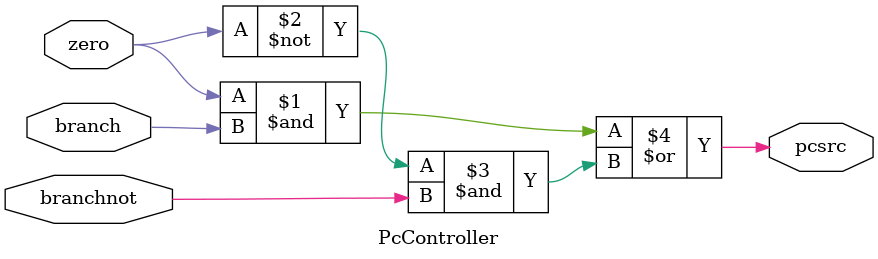
<source format=v>
module PcController(branch, branchnot, zero, pcsrc);
input branch, branchnot, zero;
output pcsrc;

    assign pcsrc = (zero & branch) | ((~zero) & branchnot);

endmodule

</source>
